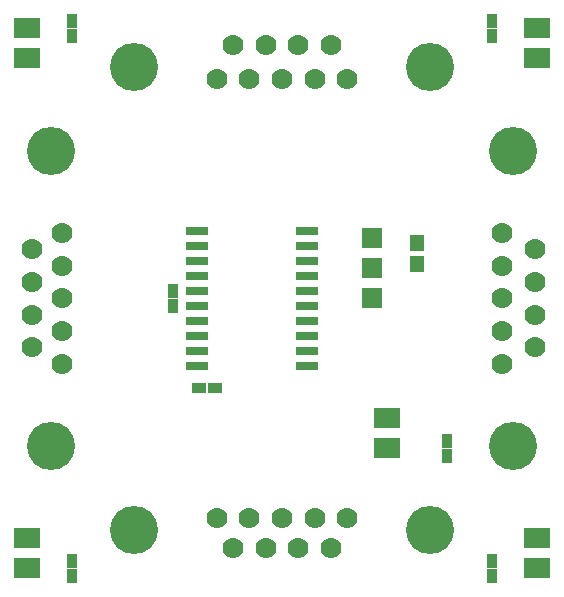
<source format=gbr>
%FSLAX14Y14*%
%MOIN*%
G04 EasyPC Gerber Version 18.0.1 Build 3581 *
%ADD76R,0.03800X0.04500*%
%ADD81R,0.04937X0.05291*%
%ADD80R,0.07000X0.07000*%
%ADD75R,0.07600X0.03000*%
%ADD77R,0.04500X0.03800*%
%ADD78C,0.07000*%
%ADD79C,0.16000*%
%ADD82R,0.09000X0.07000*%
X0Y0D02*
D02*
D75*
X7195Y7930D03*
Y8430D03*
Y8930D03*
Y9430D03*
Y9930D03*
Y10430D03*
Y10930D03*
Y11430D03*
Y11930D03*
Y12430D03*
X10855Y7930D03*
Y8430D03*
Y8930D03*
Y9430D03*
Y9930D03*
Y10430D03*
Y10930D03*
Y11430D03*
Y11930D03*
Y12430D03*
D02*
D76*
X3025Y925D03*
Y1435D03*
Y18925D03*
Y19435D03*
X6400Y9925D03*
Y10435D03*
X15525Y4925D03*
Y5435D03*
X17025Y925D03*
Y1435D03*
Y18925D03*
Y19435D03*
D02*
D77*
X7270Y7180D03*
X7780D03*
D02*
D78*
X1700Y8544D03*
Y9635D03*
Y10725D03*
Y11816D03*
X2700Y7999D03*
Y9089D03*
Y10180D03*
Y11271D03*
Y12361D03*
X7844Y2855D03*
Y17505D03*
X8389Y1855D03*
Y18620D03*
X8934Y2855D03*
Y17505D03*
X9480Y1855D03*
Y18620D03*
X10025Y2855D03*
Y17505D03*
X10570Y1855D03*
Y18620D03*
X11116Y2855D03*
Y17505D03*
X11661Y1855D03*
Y18620D03*
X12206Y2855D03*
Y17505D03*
X17350Y7999D03*
Y9089D03*
Y10180D03*
Y11271D03*
Y12361D03*
X18465Y8544D03*
Y9635D03*
Y10725D03*
Y11816D03*
D02*
D79*
X2315Y5260D03*
Y15100D03*
X5105Y2470D03*
Y17890D03*
X14945Y2470D03*
Y17890D03*
X17735Y5260D03*
Y15100D03*
D02*
D80*
X13025Y10180D03*
Y11180D03*
Y12180D03*
D02*
D81*
X14525Y11330D03*
Y12030D03*
D02*
D82*
X1525Y1180D03*
Y2180D03*
Y18180D03*
Y19180D03*
X13525Y5180D03*
Y6180D03*
X18525Y1180D03*
Y2180D03*
Y18180D03*
Y19180D03*
X0Y0D02*
M02*

</source>
